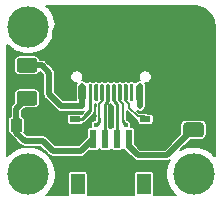
<source format=gtl>
G04 #@! TF.GenerationSoftware,KiCad,Pcbnew,(5.1.10)-1*
G04 #@! TF.CreationDate,2021-09-28T15:44:08+07:00*
G04 #@! TF.ProjectId,Unified-Daughterboard,556e6966-6965-4642-9d44-617567687465,C3*
G04 #@! TF.SameCoordinates,Original*
G04 #@! TF.FileFunction,Copper,L1,Top*
G04 #@! TF.FilePolarity,Positive*
%FSLAX46Y46*%
G04 Gerber Fmt 4.6, Leading zero omitted, Abs format (unit mm)*
G04 Created by KiCad (PCBNEW (5.1.10)-1) date 2021-09-28 15:44:08*
%MOMM*%
%LPD*%
G01*
G04 APERTURE LIST*
G04 #@! TA.AperFunction,SMDPad,CuDef*
%ADD10R,0.250000X0.550000*%
G04 #@! TD*
G04 #@! TA.AperFunction,SMDPad,CuDef*
%ADD11R,0.300000X0.550000*%
G04 #@! TD*
G04 #@! TA.AperFunction,SMDPad,CuDef*
%ADD12R,0.900000X0.500000*%
G04 #@! TD*
G04 #@! TA.AperFunction,ComponentPad*
%ADD13O,1.100000X2.200000*%
G04 #@! TD*
G04 #@! TA.AperFunction,ComponentPad*
%ADD14O,1.300000X1.900000*%
G04 #@! TD*
G04 #@! TA.AperFunction,WasherPad*
%ADD15C,3.500001*%
G04 #@! TD*
G04 #@! TA.AperFunction,ComponentPad*
%ADD16C,3.500001*%
G04 #@! TD*
G04 #@! TA.AperFunction,SMDPad,CuDef*
%ADD17R,0.600000X1.550000*%
G04 #@! TD*
G04 #@! TA.AperFunction,SMDPad,CuDef*
%ADD18R,1.200000X1.800000*%
G04 #@! TD*
G04 #@! TA.AperFunction,ViaPad*
%ADD19C,0.450000*%
G04 #@! TD*
G04 #@! TA.AperFunction,ViaPad*
%ADD20C,0.508000*%
G04 #@! TD*
G04 #@! TA.AperFunction,Conductor*
%ADD21C,0.508000*%
G04 #@! TD*
G04 #@! TA.AperFunction,Conductor*
%ADD22C,0.254000*%
G04 #@! TD*
G04 #@! TA.AperFunction,Conductor*
%ADD23C,0.152400*%
G04 #@! TD*
G04 #@! TA.AperFunction,Conductor*
%ADD24C,0.100000*%
G04 #@! TD*
G04 APERTURE END LIST*
G04 #@! TA.AperFunction,SMDPad,CuDef*
G36*
G01*
X73877500Y-66561400D02*
X73877500Y-66261400D01*
G75*
G02*
X74002500Y-66136400I125000J0D01*
G01*
X74002500Y-66136400D01*
G75*
G02*
X74127500Y-66261400I0J-125000D01*
G01*
X74127500Y-66561400D01*
G75*
G02*
X74002500Y-66686400I-125000J0D01*
G01*
X74002500Y-66686400D01*
G75*
G02*
X73877500Y-66561400I0J125000D01*
G01*
G37*
G04 #@! TD.AperFunction*
D10*
X74502500Y-66411400D03*
D11*
X75002500Y-66411400D03*
D10*
X75502500Y-66411400D03*
X76002500Y-66411400D03*
X74502500Y-65641400D03*
X76002500Y-65641400D03*
X75502500Y-65641400D03*
X74002500Y-65641400D03*
D11*
X75002500Y-65641400D03*
G04 #@! TA.AperFunction,SMDPad,CuDef*
G36*
G01*
X82612500Y-65099000D02*
X81362500Y-65099000D01*
G75*
G02*
X81112500Y-64849000I0J250000D01*
G01*
X81112500Y-64099000D01*
G75*
G02*
X81362500Y-63849000I250000J0D01*
G01*
X82612500Y-63849000D01*
G75*
G02*
X82862500Y-64099000I0J-250000D01*
G01*
X82862500Y-64849000D01*
G75*
G02*
X82612500Y-65099000I-250000J0D01*
G01*
G37*
G04 #@! TD.AperFunction*
G04 #@! TA.AperFunction,SMDPad,CuDef*
G36*
G01*
X82612500Y-67899000D02*
X81362500Y-67899000D01*
G75*
G02*
X81112500Y-67649000I0J250000D01*
G01*
X81112500Y-66899000D01*
G75*
G02*
X81362500Y-66649000I250000J0D01*
G01*
X82612500Y-66649000D01*
G75*
G02*
X82862500Y-66899000I0J-250000D01*
G01*
X82862500Y-67649000D01*
G75*
G02*
X82612500Y-67899000I-250000J0D01*
G01*
G37*
G04 #@! TD.AperFunction*
D12*
X71954500Y-66379000D03*
X71954500Y-67879000D03*
G04 #@! TA.AperFunction,SMDPad,CuDef*
G36*
G01*
X67265500Y-63982000D02*
X68515500Y-63982000D01*
G75*
G02*
X68765500Y-64232000I0J-250000D01*
G01*
X68765500Y-64982000D01*
G75*
G02*
X68515500Y-65232000I-250000J0D01*
G01*
X67265500Y-65232000D01*
G75*
G02*
X67015500Y-64982000I0J250000D01*
G01*
X67015500Y-64232000D01*
G75*
G02*
X67265500Y-63982000I250000J0D01*
G01*
G37*
G04 #@! TD.AperFunction*
G04 #@! TA.AperFunction,SMDPad,CuDef*
G36*
G01*
X67265500Y-61182000D02*
X68515500Y-61182000D01*
G75*
G02*
X68765500Y-61432000I0J-250000D01*
G01*
X68765500Y-62182000D01*
G75*
G02*
X68515500Y-62432000I-250000J0D01*
G01*
X67265500Y-62432000D01*
G75*
G02*
X67015500Y-62182000I0J250000D01*
G01*
X67015500Y-61432000D01*
G75*
G02*
X67265500Y-61182000I250000J0D01*
G01*
G37*
G04 #@! TD.AperFunction*
G04 #@! TA.AperFunction,SMDPad,CuDef*
G36*
G01*
X70802500Y-66540000D02*
X70802500Y-67240000D01*
G75*
G02*
X70552500Y-67490000I-250000J0D01*
G01*
X70052500Y-67490000D01*
G75*
G02*
X69802500Y-67240000I0J250000D01*
G01*
X69802500Y-66540000D01*
G75*
G02*
X70052500Y-66290000I250000J0D01*
G01*
X70552500Y-66290000D01*
G75*
G02*
X70802500Y-66540000I0J-250000D01*
G01*
G37*
G04 #@! TD.AperFunction*
G04 #@! TA.AperFunction,SMDPad,CuDef*
G36*
G01*
X67502500Y-66540000D02*
X67502500Y-67240000D01*
G75*
G02*
X67252500Y-67490000I-250000J0D01*
G01*
X66752500Y-67490000D01*
G75*
G02*
X66502500Y-67240000I0J250000D01*
G01*
X66502500Y-66540000D01*
G75*
G02*
X66752500Y-66290000I250000J0D01*
G01*
X67252500Y-66290000D01*
G75*
G02*
X67502500Y-66540000I0J-250000D01*
G01*
G37*
G04 #@! TD.AperFunction*
D13*
X70702500Y-63343000D03*
D14*
X70702500Y-59143000D03*
X79302500Y-59143000D03*
G04 #@! TA.AperFunction,SMDPad,CuDef*
G36*
G01*
X78552500Y-63543000D02*
X78552500Y-64693000D01*
G75*
G02*
X78402500Y-64843000I-150000J0D01*
G01*
X78102500Y-64843000D01*
G75*
G02*
X77952500Y-64693000I0J150000D01*
G01*
X77952500Y-63543000D01*
G75*
G02*
X78102500Y-63393000I150000J0D01*
G01*
X78402500Y-63393000D01*
G75*
G02*
X78552500Y-63543000I0J-150000D01*
G01*
G37*
G04 #@! TD.AperFunction*
G04 #@! TA.AperFunction,SMDPad,CuDef*
G36*
G01*
X76902500Y-63468000D02*
X76902500Y-64768000D01*
G75*
G02*
X76827500Y-64843000I-75000J0D01*
G01*
X76677500Y-64843000D01*
G75*
G02*
X76602500Y-64768000I0J75000D01*
G01*
X76602500Y-63468000D01*
G75*
G02*
X76677500Y-63393000I75000J0D01*
G01*
X76827500Y-63393000D01*
G75*
G02*
X76902500Y-63468000I0J-75000D01*
G01*
G37*
G04 #@! TD.AperFunction*
G04 #@! TA.AperFunction,SMDPad,CuDef*
G36*
G01*
X76402500Y-63468000D02*
X76402500Y-64768000D01*
G75*
G02*
X76327500Y-64843000I-75000J0D01*
G01*
X76177500Y-64843000D01*
G75*
G02*
X76102500Y-64768000I0J75000D01*
G01*
X76102500Y-63468000D01*
G75*
G02*
X76177500Y-63393000I75000J0D01*
G01*
X76327500Y-63393000D01*
G75*
G02*
X76402500Y-63468000I0J-75000D01*
G01*
G37*
G04 #@! TD.AperFunction*
G04 #@! TA.AperFunction,SMDPad,CuDef*
G36*
G01*
X75902500Y-63468000D02*
X75902500Y-64768000D01*
G75*
G02*
X75827500Y-64843000I-75000J0D01*
G01*
X75677500Y-64843000D01*
G75*
G02*
X75602500Y-64768000I0J75000D01*
G01*
X75602500Y-63468000D01*
G75*
G02*
X75677500Y-63393000I75000J0D01*
G01*
X75827500Y-63393000D01*
G75*
G02*
X75902500Y-63468000I0J-75000D01*
G01*
G37*
G04 #@! TD.AperFunction*
G04 #@! TA.AperFunction,SMDPad,CuDef*
G36*
G01*
X75406500Y-63468000D02*
X75406500Y-64768000D01*
G75*
G02*
X75331500Y-64843000I-75000J0D01*
G01*
X75181500Y-64843000D01*
G75*
G02*
X75106500Y-64768000I0J75000D01*
G01*
X75106500Y-63468000D01*
G75*
G02*
X75181500Y-63393000I75000J0D01*
G01*
X75331500Y-63393000D01*
G75*
G02*
X75406500Y-63468000I0J-75000D01*
G01*
G37*
G04 #@! TD.AperFunction*
G04 #@! TA.AperFunction,SMDPad,CuDef*
G36*
G01*
X73402500Y-63468000D02*
X73402500Y-64768000D01*
G75*
G02*
X73327500Y-64843000I-75000J0D01*
G01*
X73177500Y-64843000D01*
G75*
G02*
X73102500Y-64768000I0J75000D01*
G01*
X73102500Y-63468000D01*
G75*
G02*
X73177500Y-63393000I75000J0D01*
G01*
X73327500Y-63393000D01*
G75*
G02*
X73402500Y-63468000I0J-75000D01*
G01*
G37*
G04 #@! TD.AperFunction*
G04 #@! TA.AperFunction,SMDPad,CuDef*
G36*
G01*
X73902500Y-63468000D02*
X73902500Y-64768000D01*
G75*
G02*
X73827500Y-64843000I-75000J0D01*
G01*
X73677500Y-64843000D01*
G75*
G02*
X73602500Y-64768000I0J75000D01*
G01*
X73602500Y-63468000D01*
G75*
G02*
X73677500Y-63393000I75000J0D01*
G01*
X73827500Y-63393000D01*
G75*
G02*
X73902500Y-63468000I0J-75000D01*
G01*
G37*
G04 #@! TD.AperFunction*
G04 #@! TA.AperFunction,SMDPad,CuDef*
G36*
G01*
X74402500Y-63468000D02*
X74402500Y-64768000D01*
G75*
G02*
X74327500Y-64843000I-75000J0D01*
G01*
X74177500Y-64843000D01*
G75*
G02*
X74102500Y-64768000I0J75000D01*
G01*
X74102500Y-63468000D01*
G75*
G02*
X74177500Y-63393000I75000J0D01*
G01*
X74327500Y-63393000D01*
G75*
G02*
X74402500Y-63468000I0J-75000D01*
G01*
G37*
G04 #@! TD.AperFunction*
G04 #@! TA.AperFunction,SMDPad,CuDef*
G36*
G01*
X74902500Y-63468000D02*
X74902500Y-64768000D01*
G75*
G02*
X74827500Y-64843000I-75000J0D01*
G01*
X74677500Y-64843000D01*
G75*
G02*
X74602500Y-64768000I0J75000D01*
G01*
X74602500Y-63468000D01*
G75*
G02*
X74677500Y-63393000I75000J0D01*
G01*
X74827500Y-63393000D01*
G75*
G02*
X74902500Y-63468000I0J-75000D01*
G01*
G37*
G04 #@! TD.AperFunction*
D13*
X79302500Y-63343000D03*
G04 #@! TA.AperFunction,SMDPad,CuDef*
G36*
G01*
X77752500Y-63543000D02*
X77752500Y-64693000D01*
G75*
G02*
X77602500Y-64843000I-150000J0D01*
G01*
X77302500Y-64843000D01*
G75*
G02*
X77152500Y-64693000I0J150000D01*
G01*
X77152500Y-63543000D01*
G75*
G02*
X77302500Y-63393000I150000J0D01*
G01*
X77602500Y-63393000D01*
G75*
G02*
X77752500Y-63543000I0J-150000D01*
G01*
G37*
G04 #@! TD.AperFunction*
G04 #@! TA.AperFunction,SMDPad,CuDef*
G36*
G01*
X72052500Y-63543000D02*
X72052500Y-64693000D01*
G75*
G02*
X71902500Y-64843000I-150000J0D01*
G01*
X71602500Y-64843000D01*
G75*
G02*
X71452500Y-64693000I0J150000D01*
G01*
X71452500Y-63543000D01*
G75*
G02*
X71602500Y-63393000I150000J0D01*
G01*
X71902500Y-63393000D01*
G75*
G02*
X72052500Y-63543000I0J-150000D01*
G01*
G37*
G04 #@! TD.AperFunction*
G04 #@! TA.AperFunction,SMDPad,CuDef*
G36*
G01*
X72852500Y-63543000D02*
X72852500Y-64693000D01*
G75*
G02*
X72702500Y-64843000I-150000J0D01*
G01*
X72402500Y-64843000D01*
G75*
G02*
X72252500Y-64693000I0J150000D01*
G01*
X72252500Y-63543000D01*
G75*
G02*
X72402500Y-63393000I150000J0D01*
G01*
X72702500Y-63393000D01*
G75*
G02*
X72852500Y-63543000I0J-150000D01*
G01*
G37*
G04 #@! TD.AperFunction*
D15*
X68004500Y-58543000D03*
D16*
X82004500Y-58543000D03*
D15*
X68004500Y-71043000D03*
X82004500Y-71043000D03*
D17*
X75504500Y-68018000D03*
X76504500Y-68018000D03*
X74504500Y-68018000D03*
X73504500Y-68018000D03*
D18*
X72204500Y-71893000D03*
X77804500Y-71893000D03*
D12*
X77923500Y-67879000D03*
X77923500Y-66379000D03*
D19*
X75002500Y-66026400D03*
X73732500Y-66890000D03*
D20*
X75502500Y-68016000D03*
D19*
X76272500Y-66890000D03*
D20*
X74504500Y-68018000D03*
X72552500Y-65239000D03*
X77452500Y-65239000D03*
D21*
X68004500Y-71043000D02*
X68004500Y-70950000D01*
X76504500Y-68018000D02*
X76504500Y-68646000D01*
X76504500Y-68646000D02*
X77288500Y-69430000D01*
X77288500Y-69430000D02*
X79755300Y-69430000D01*
X79755300Y-69430000D02*
X81987500Y-67197800D01*
X68596000Y-68215500D02*
X69231000Y-68215500D01*
X68074000Y-68215500D02*
X68596000Y-68215500D01*
X67002500Y-67511000D02*
X67707000Y-68215500D01*
X67707000Y-68215500D02*
X68596000Y-68215500D01*
X67002500Y-66890000D02*
X67002500Y-67511000D01*
X67002500Y-66890000D02*
X67002500Y-65495000D01*
X67002500Y-65495000D02*
X67890500Y-64607000D01*
X69231000Y-68215500D02*
X70064500Y-69049000D01*
X70064500Y-69049000D02*
X72473500Y-69049000D01*
X71105900Y-69049000D02*
X72473500Y-69049000D01*
X71105900Y-69049000D02*
X70369300Y-69049000D01*
X73504500Y-68018000D02*
X73504500Y-68018000D01*
X73504500Y-67814000D02*
X73504500Y-68018000D01*
X72473500Y-69049000D02*
X73504500Y-68018000D01*
X67129500Y-65368000D02*
X67890500Y-64607000D01*
X79324500Y-59143000D02*
X79324500Y-59283000D01*
D22*
X76254500Y-64389000D02*
X76231501Y-64411999D01*
X76254500Y-64238000D02*
X76254500Y-64389000D01*
D23*
X76526500Y-65114445D02*
X76252500Y-64840445D01*
X76526500Y-65404800D02*
X76526500Y-65114445D01*
X77923500Y-66140000D02*
X77261700Y-66140000D01*
X76252500Y-64840445D02*
X76252500Y-63568000D01*
X77261700Y-66140000D02*
X76526500Y-65404800D01*
D22*
X75504500Y-68018000D02*
X75504500Y-68018000D01*
D23*
X74252500Y-64838828D02*
X74252500Y-63568000D01*
X74002500Y-65088828D02*
X74252500Y-64838828D01*
X74002500Y-66411400D02*
X74002500Y-65088828D01*
X75502500Y-66411400D02*
X75502500Y-65088828D01*
D22*
X74002500Y-66620000D02*
X73732500Y-66890000D01*
X74002500Y-66411400D02*
X74002500Y-66620000D01*
X75502500Y-66890000D02*
X75502500Y-65641400D01*
X75502500Y-66890000D02*
X75502500Y-65088828D01*
X75256500Y-64842828D02*
X75502500Y-65088828D01*
X75256500Y-63568000D02*
X75256500Y-64842828D01*
X75502500Y-66890000D02*
X75502500Y-66411400D01*
X75502500Y-68016000D02*
X75504500Y-68018000D01*
X75502500Y-66890000D02*
X75502500Y-68016000D01*
X73252500Y-65704000D02*
X72577500Y-66379000D01*
X72577500Y-66379000D02*
X71954500Y-66379000D01*
X73252500Y-63568000D02*
X73252500Y-65704000D01*
D23*
X73252500Y-63568000D02*
X73252500Y-65595000D01*
X72834500Y-66013000D02*
X73252500Y-65595000D01*
X74502500Y-66411400D02*
X74502500Y-65088828D01*
X75752500Y-64838828D02*
X75752500Y-63568000D01*
X76002500Y-65088828D02*
X75752500Y-64838828D01*
X76002500Y-66411400D02*
X76002500Y-65088828D01*
D22*
X76002500Y-66620000D02*
X76272500Y-66890000D01*
X76002500Y-66411400D02*
X76002500Y-66620000D01*
X74502500Y-66890000D02*
X74502500Y-65088828D01*
X74752500Y-64807432D02*
X74752500Y-63568000D01*
X74502500Y-65057432D02*
X74752500Y-64807432D01*
X74502500Y-65088828D02*
X74502500Y-65057432D01*
X74502500Y-66890000D02*
X74502500Y-66411400D01*
X74504500Y-66892000D02*
X74502500Y-66890000D01*
X74504500Y-68018000D02*
X74504500Y-66892000D01*
D21*
X69771490Y-64278636D02*
X69771490Y-62454010D01*
X67890500Y-61807000D02*
X69124480Y-61807000D01*
X69124480Y-61807000D02*
X69771490Y-62454010D01*
X72552500Y-65239000D02*
X70731854Y-65239000D01*
X70731854Y-65239000D02*
X69771490Y-64278636D01*
X77452500Y-63568000D02*
X77452500Y-64895480D01*
X72552500Y-63568000D02*
X72552500Y-64895480D01*
X72552500Y-64895480D02*
X72552500Y-65239000D01*
X77452500Y-64895480D02*
X77452500Y-65239000D01*
D23*
X81973471Y-56773072D02*
X81983129Y-56775046D01*
X82253387Y-56794182D01*
X82497329Y-56846701D01*
X82731414Y-56933059D01*
X82951008Y-57051546D01*
X83151714Y-57199789D01*
X83329522Y-57374827D01*
X83480904Y-57573184D01*
X83602826Y-57790891D01*
X83692852Y-58023592D01*
X83749192Y-58266661D01*
X83771356Y-58522579D01*
X83771570Y-58549760D01*
X83772933Y-58559523D01*
X83776900Y-58573876D01*
X83776901Y-69521699D01*
X83749275Y-69486339D01*
X83745949Y-69482619D01*
X83528069Y-69269255D01*
X83524281Y-69266008D01*
X83280096Y-69083335D01*
X83275912Y-69080617D01*
X83009712Y-68931843D01*
X83005205Y-68929703D01*
X82721668Y-68817443D01*
X82716918Y-68815918D01*
X82421024Y-68742143D01*
X82416113Y-68741260D01*
X82113062Y-68707268D01*
X82108078Y-68707041D01*
X81803193Y-68713428D01*
X81798223Y-68713863D01*
X81496860Y-68760516D01*
X81491991Y-68761604D01*
X81199447Y-68847705D01*
X81194765Y-68849428D01*
X80916177Y-68973462D01*
X80911763Y-68975789D01*
X80864102Y-69005110D01*
X81739627Y-68129586D01*
X82611297Y-68129586D01*
X82618650Y-68128862D01*
X82786547Y-68095465D01*
X82800233Y-68089796D01*
X82945654Y-67992629D01*
X82956129Y-67982154D01*
X83053296Y-67836733D01*
X83058965Y-67823047D01*
X83092362Y-67655150D01*
X83093086Y-67647797D01*
X83093086Y-66900203D01*
X83092362Y-66892850D01*
X83058965Y-66724953D01*
X83053296Y-66711267D01*
X82956129Y-66565846D01*
X82945654Y-66555371D01*
X82800233Y-66458204D01*
X82786547Y-66452535D01*
X82618650Y-66419138D01*
X82611297Y-66418414D01*
X81363703Y-66418414D01*
X81356350Y-66419138D01*
X81188453Y-66452535D01*
X81174767Y-66458204D01*
X81029346Y-66555371D01*
X81018871Y-66565846D01*
X80921704Y-66711267D01*
X80916035Y-66724953D01*
X80882638Y-66892850D01*
X80881914Y-66900203D01*
X80881914Y-67619473D01*
X79554988Y-68946400D01*
X77488813Y-68946400D01*
X77035086Y-68492674D01*
X77035086Y-67239306D01*
X77034362Y-67231953D01*
X77020368Y-67161601D01*
X77014699Y-67147915D01*
X76972785Y-67085188D01*
X76962312Y-67074715D01*
X76899585Y-67032801D01*
X76885899Y-67027132D01*
X76815547Y-67013138D01*
X76808194Y-67012414D01*
X76713849Y-67012414D01*
X76724209Y-66987402D01*
X76727099Y-66972874D01*
X76727099Y-66807126D01*
X76724209Y-66792598D01*
X76660780Y-66639467D01*
X76652551Y-66627151D01*
X76535349Y-66509949D01*
X76523033Y-66501720D01*
X76369902Y-66438291D01*
X76359100Y-66436142D01*
X76359100Y-66375458D01*
X76358155Y-66367069D01*
X76358086Y-66366766D01*
X76358086Y-66132706D01*
X76357362Y-66125353D01*
X76343368Y-66055001D01*
X76337699Y-66041315D01*
X76327733Y-66026400D01*
X76337699Y-66011485D01*
X76343368Y-65997799D01*
X76357362Y-65927447D01*
X76358086Y-65920094D01*
X76358086Y-65668852D01*
X77071218Y-66381985D01*
X77071225Y-66381990D01*
X77096159Y-66406925D01*
X77113307Y-66416825D01*
X77143670Y-66424961D01*
X77170885Y-66440674D01*
X77190011Y-66445799D01*
X77226724Y-66445799D01*
X77226732Y-66445800D01*
X77242914Y-66445800D01*
X77242914Y-66632694D01*
X77243638Y-66640047D01*
X77257632Y-66710399D01*
X77263301Y-66724085D01*
X77305215Y-66786812D01*
X77315688Y-66797285D01*
X77378415Y-66839199D01*
X77392101Y-66844868D01*
X77462453Y-66858862D01*
X77469806Y-66859586D01*
X78377194Y-66859586D01*
X78384547Y-66858862D01*
X78454899Y-66844868D01*
X78468585Y-66839199D01*
X78531312Y-66797285D01*
X78541785Y-66786812D01*
X78583699Y-66724085D01*
X78589368Y-66710399D01*
X78603362Y-66640047D01*
X78604086Y-66632694D01*
X78604086Y-66125306D01*
X78603362Y-66117953D01*
X78589368Y-66047601D01*
X78583699Y-66033915D01*
X78541785Y-65971188D01*
X78531312Y-65960715D01*
X78468585Y-65918801D01*
X78454899Y-65913132D01*
X78384547Y-65899138D01*
X78377194Y-65898414D01*
X78114379Y-65898414D01*
X78089041Y-65873075D01*
X78071893Y-65863175D01*
X77968559Y-65835487D01*
X77958786Y-65834200D01*
X77388366Y-65834200D01*
X77220522Y-65666357D01*
X77223435Y-65667563D01*
X77257530Y-65690345D01*
X77271215Y-65696014D01*
X77311438Y-65704015D01*
X77349329Y-65719710D01*
X77363858Y-65722600D01*
X77404870Y-65722600D01*
X77445093Y-65730601D01*
X77459907Y-65730601D01*
X77500130Y-65722600D01*
X77541142Y-65722600D01*
X77555671Y-65719710D01*
X77593563Y-65704015D01*
X77633785Y-65696014D01*
X77647470Y-65690345D01*
X77681570Y-65667562D01*
X77719461Y-65651866D01*
X77731777Y-65643637D01*
X77760774Y-65614639D01*
X77794877Y-65591852D01*
X77805352Y-65581377D01*
X77828139Y-65547274D01*
X77857137Y-65518277D01*
X77865366Y-65505961D01*
X77881062Y-65468070D01*
X77903845Y-65433970D01*
X77909514Y-65420285D01*
X77917515Y-65380063D01*
X77933210Y-65342171D01*
X77936100Y-65327642D01*
X77936100Y-64866057D01*
X77951057Y-64843673D01*
X77956726Y-64829987D01*
X77982362Y-64701110D01*
X77983086Y-64693756D01*
X77983086Y-63542244D01*
X77982362Y-63534890D01*
X77956726Y-63406013D01*
X77951057Y-63392328D01*
X77919776Y-63345511D01*
X78033973Y-63331287D01*
X78044311Y-63328469D01*
X78179647Y-63269903D01*
X78188779Y-63264297D01*
X78302236Y-63170102D01*
X78309427Y-63162158D01*
X78391887Y-63039905D01*
X78396559Y-63030262D01*
X78441464Y-62889559D01*
X78443251Y-62878526D01*
X78445201Y-62718956D01*
X78443684Y-62707882D01*
X78402231Y-62566125D01*
X78397796Y-62556371D01*
X78318346Y-62432139D01*
X78311352Y-62424022D01*
X78200228Y-62327083D01*
X78191237Y-62321255D01*
X78057373Y-62259401D01*
X78047107Y-62256331D01*
X77901263Y-62234534D01*
X77890548Y-62234469D01*
X77744448Y-62254482D01*
X77734146Y-62257426D01*
X77599536Y-62317641D01*
X77590474Y-62323358D01*
X77478174Y-62418933D01*
X77471082Y-62426964D01*
X77390121Y-62550215D01*
X77385567Y-62559914D01*
X77342453Y-62700935D01*
X77340804Y-62711522D01*
X77339002Y-62858975D01*
X77340391Y-62869600D01*
X77380048Y-63011631D01*
X77384363Y-63021438D01*
X77421495Y-63081093D01*
X77271215Y-63110986D01*
X77257529Y-63116655D01*
X77110123Y-63215148D01*
X77099649Y-63225623D01*
X77095203Y-63232277D01*
X77051147Y-63261714D01*
X77048389Y-63257586D01*
X77037914Y-63247111D01*
X76950379Y-63188622D01*
X76936693Y-63182953D01*
X76837079Y-63163138D01*
X76829725Y-63162414D01*
X76675275Y-63162414D01*
X76667921Y-63163138D01*
X76568307Y-63182953D01*
X76554621Y-63188622D01*
X76502500Y-63223448D01*
X76450379Y-63188622D01*
X76436693Y-63182953D01*
X76337079Y-63163138D01*
X76329725Y-63162414D01*
X76175275Y-63162414D01*
X76167921Y-63163138D01*
X76068307Y-63182953D01*
X76054621Y-63188622D01*
X76002500Y-63223448D01*
X75950379Y-63188622D01*
X75936693Y-63182953D01*
X75837079Y-63163138D01*
X75829725Y-63162414D01*
X75675275Y-63162414D01*
X75667921Y-63163138D01*
X75568307Y-63182953D01*
X75554621Y-63188622D01*
X75504500Y-63222112D01*
X75454379Y-63188622D01*
X75440693Y-63182953D01*
X75341079Y-63163138D01*
X75333725Y-63162414D01*
X75179275Y-63162414D01*
X75171921Y-63163138D01*
X75072307Y-63182953D01*
X75058621Y-63188622D01*
X75004500Y-63224784D01*
X74950379Y-63188622D01*
X74936693Y-63182953D01*
X74837079Y-63163138D01*
X74829725Y-63162414D01*
X74675275Y-63162414D01*
X74667921Y-63163138D01*
X74568307Y-63182953D01*
X74554621Y-63188622D01*
X74502500Y-63223448D01*
X74450379Y-63188622D01*
X74436693Y-63182953D01*
X74337079Y-63163138D01*
X74329725Y-63162414D01*
X74175275Y-63162414D01*
X74167921Y-63163138D01*
X74068307Y-63182953D01*
X74054621Y-63188622D01*
X74002500Y-63223448D01*
X73950379Y-63188622D01*
X73936693Y-63182953D01*
X73837079Y-63163138D01*
X73829725Y-63162414D01*
X73675275Y-63162414D01*
X73667921Y-63163138D01*
X73568307Y-63182953D01*
X73554621Y-63188622D01*
X73502500Y-63223448D01*
X73450379Y-63188622D01*
X73436693Y-63182953D01*
X73337079Y-63163138D01*
X73329725Y-63162414D01*
X73175275Y-63162414D01*
X73167921Y-63163138D01*
X73068307Y-63182953D01*
X73054621Y-63188622D01*
X72967086Y-63247111D01*
X72956611Y-63257586D01*
X72953853Y-63261714D01*
X72909798Y-63232278D01*
X72905351Y-63225622D01*
X72894877Y-63215148D01*
X72747469Y-63116655D01*
X72733784Y-63110986D01*
X72584035Y-63081198D01*
X72611887Y-63039905D01*
X72616559Y-63030262D01*
X72661464Y-62889559D01*
X72663251Y-62878526D01*
X72665201Y-62718956D01*
X72663684Y-62707882D01*
X72622231Y-62566125D01*
X72617796Y-62556371D01*
X72538346Y-62432139D01*
X72531352Y-62424022D01*
X72420228Y-62327083D01*
X72411237Y-62321255D01*
X72277373Y-62259401D01*
X72267107Y-62256331D01*
X72121263Y-62234534D01*
X72110548Y-62234469D01*
X71964448Y-62254482D01*
X71954146Y-62257426D01*
X71819536Y-62317641D01*
X71810474Y-62323358D01*
X71698174Y-62418933D01*
X71691082Y-62426964D01*
X71610121Y-62550215D01*
X71605567Y-62559914D01*
X71562453Y-62700935D01*
X71560804Y-62711522D01*
X71559002Y-62858975D01*
X71560391Y-62869600D01*
X71600048Y-63011631D01*
X71604363Y-63021438D01*
X71682289Y-63146632D01*
X71689184Y-63154834D01*
X71799115Y-63253123D01*
X71808034Y-63259060D01*
X71941133Y-63322545D01*
X71951360Y-63325740D01*
X72084073Y-63347235D01*
X72053943Y-63392328D01*
X72048274Y-63406013D01*
X72022638Y-63534890D01*
X72021914Y-63542244D01*
X72021914Y-64693756D01*
X72022638Y-64701110D01*
X72033437Y-64755400D01*
X70932167Y-64755400D01*
X70255090Y-64078324D01*
X70255090Y-62501634D01*
X70263090Y-62461415D01*
X70263090Y-62446602D01*
X70254367Y-62402748D01*
X70254366Y-62402739D01*
X70228504Y-62272725D01*
X70222835Y-62259039D01*
X70124342Y-62111633D01*
X70113867Y-62101158D01*
X70079766Y-62078373D01*
X69500121Y-61498729D01*
X69477332Y-61464623D01*
X69466857Y-61454148D01*
X69319451Y-61355655D01*
X69305765Y-61349986D01*
X69179374Y-61324845D01*
X69131887Y-61315399D01*
X69117073Y-61315399D01*
X69076850Y-61323400D01*
X68974983Y-61323400D01*
X68961965Y-61257953D01*
X68956296Y-61244267D01*
X68859129Y-61098846D01*
X68848654Y-61088371D01*
X68703233Y-60991204D01*
X68689547Y-60985535D01*
X68521650Y-60952138D01*
X68514297Y-60951414D01*
X67266703Y-60951414D01*
X67259350Y-60952138D01*
X67091453Y-60985535D01*
X67077767Y-60991204D01*
X66932346Y-61088371D01*
X66921871Y-61098846D01*
X66824704Y-61244267D01*
X66819035Y-61257953D01*
X66785638Y-61425850D01*
X66784914Y-61433203D01*
X66784914Y-62180797D01*
X66785638Y-62188150D01*
X66819035Y-62356047D01*
X66824704Y-62369733D01*
X66921871Y-62515154D01*
X66932346Y-62525629D01*
X67077767Y-62622796D01*
X67091453Y-62628465D01*
X67259350Y-62661862D01*
X67266703Y-62662586D01*
X68514297Y-62662586D01*
X68521650Y-62661862D01*
X68689547Y-62628465D01*
X68703233Y-62622796D01*
X68848654Y-62525629D01*
X68859129Y-62515154D01*
X68956296Y-62369733D01*
X68961965Y-62356047D01*
X68966552Y-62332985D01*
X69287891Y-62654324D01*
X69287890Y-64231006D01*
X69279889Y-64271229D01*
X69279889Y-64286043D01*
X69309571Y-64435263D01*
X69309571Y-64435264D01*
X69314476Y-64459921D01*
X69320145Y-64473606D01*
X69418638Y-64621013D01*
X69429113Y-64631488D01*
X69463219Y-64654277D01*
X70356217Y-65547276D01*
X70379002Y-65581377D01*
X70389477Y-65591852D01*
X70429734Y-65618751D01*
X70536884Y-65690345D01*
X70550569Y-65696014D01*
X70724447Y-65730601D01*
X70739261Y-65730601D01*
X70779484Y-65722600D01*
X72504870Y-65722600D01*
X72545093Y-65730601D01*
X72559907Y-65730601D01*
X72600130Y-65722600D01*
X72641142Y-65722600D01*
X72655671Y-65719710D01*
X72693563Y-65704015D01*
X72715353Y-65699681D01*
X72593316Y-65821718D01*
X72587315Y-65829538D01*
X72539041Y-65913152D01*
X72519851Y-65932342D01*
X72499585Y-65918801D01*
X72485899Y-65913132D01*
X72415547Y-65899138D01*
X72408194Y-65898414D01*
X71500806Y-65898414D01*
X71493453Y-65899138D01*
X71423101Y-65913132D01*
X71409415Y-65918801D01*
X71346688Y-65960715D01*
X71336215Y-65971188D01*
X71294301Y-66033915D01*
X71288632Y-66047601D01*
X71274638Y-66117953D01*
X71273914Y-66125306D01*
X71273914Y-66632694D01*
X71274638Y-66640047D01*
X71288632Y-66710399D01*
X71294301Y-66724085D01*
X71336215Y-66786812D01*
X71346688Y-66797285D01*
X71409415Y-66839199D01*
X71423101Y-66844868D01*
X71493453Y-66858862D01*
X71500806Y-66859586D01*
X72408194Y-66859586D01*
X72415547Y-66858862D01*
X72485899Y-66844868D01*
X72499585Y-66839199D01*
X72562312Y-66797285D01*
X72572785Y-66786812D01*
X72607005Y-66735600D01*
X72613441Y-66735600D01*
X72621829Y-66734656D01*
X72637071Y-66731179D01*
X72689172Y-66725380D01*
X72705195Y-66719793D01*
X72715601Y-66713265D01*
X72727652Y-66710516D01*
X72742912Y-66703171D01*
X72784419Y-66670096D01*
X72797689Y-66661772D01*
X72804318Y-66656490D01*
X72815397Y-66645410D01*
X72856562Y-66612608D01*
X72867129Y-66599371D01*
X72872434Y-66588373D01*
X73461647Y-65999160D01*
X73472366Y-65994013D01*
X73485621Y-65983469D01*
X73518695Y-65942113D01*
X73530068Y-65930740D01*
X73535332Y-65924140D01*
X73543646Y-65910912D01*
X73576393Y-65869963D01*
X73583772Y-65854682D01*
X73586515Y-65842705D01*
X73593089Y-65832246D01*
X73598687Y-65816262D01*
X73604648Y-65763533D01*
X73608148Y-65748252D01*
X73609100Y-65739830D01*
X73609100Y-65724155D01*
X73615012Y-65671860D01*
X73613124Y-65655029D01*
X73609100Y-65643506D01*
X73609100Y-65061161D01*
X73667921Y-65072862D01*
X73675275Y-65073586D01*
X73696701Y-65073586D01*
X73696701Y-65227316D01*
X73667301Y-65271315D01*
X73661632Y-65285001D01*
X73647638Y-65355353D01*
X73646914Y-65362706D01*
X73646914Y-65920094D01*
X73647638Y-65927447D01*
X73661632Y-65997799D01*
X73667301Y-66011485D01*
X73696700Y-66055482D01*
X73696700Y-66087656D01*
X73671746Y-66127958D01*
X73666712Y-66140953D01*
X73645736Y-66253164D01*
X73645094Y-66260088D01*
X73645094Y-66436303D01*
X73635098Y-66438291D01*
X73481967Y-66501720D01*
X73469651Y-66509949D01*
X73352449Y-66627151D01*
X73344220Y-66639467D01*
X73280791Y-66792598D01*
X73277901Y-66807126D01*
X73277901Y-66972874D01*
X73280791Y-66987402D01*
X73291151Y-67012414D01*
X73200806Y-67012414D01*
X73193453Y-67013138D01*
X73123101Y-67027132D01*
X73109415Y-67032801D01*
X73046688Y-67074715D01*
X73036215Y-67085188D01*
X72994301Y-67147915D01*
X72988632Y-67161601D01*
X72974638Y-67231953D01*
X72973914Y-67239306D01*
X72973914Y-67864673D01*
X72273188Y-68565400D01*
X70264813Y-68565400D01*
X69606641Y-67907229D01*
X69583852Y-67873123D01*
X69573377Y-67862648D01*
X69425971Y-67764155D01*
X69412285Y-67758486D01*
X69285894Y-67733345D01*
X69238407Y-67723899D01*
X69223593Y-67723899D01*
X69183370Y-67731900D01*
X67907313Y-67731900D01*
X67657187Y-67481774D01*
X67693296Y-67427732D01*
X67698965Y-67414047D01*
X67732362Y-67246150D01*
X67733086Y-67238797D01*
X67733086Y-66541203D01*
X67732362Y-66533850D01*
X67698965Y-66365953D01*
X67693296Y-66352267D01*
X67596129Y-66206846D01*
X67585654Y-66196371D01*
X67486100Y-66129851D01*
X67486100Y-65695312D01*
X67718826Y-65462586D01*
X68514297Y-65462586D01*
X68521650Y-65461862D01*
X68689547Y-65428465D01*
X68703233Y-65422796D01*
X68848654Y-65325629D01*
X68859129Y-65315154D01*
X68956296Y-65169733D01*
X68961965Y-65156047D01*
X68995362Y-64988150D01*
X68996086Y-64980797D01*
X68996086Y-64233203D01*
X68995362Y-64225850D01*
X68961965Y-64057953D01*
X68956296Y-64044267D01*
X68859129Y-63898846D01*
X68848654Y-63888371D01*
X68703233Y-63791204D01*
X68689547Y-63785535D01*
X68521650Y-63752138D01*
X68514297Y-63751414D01*
X67266703Y-63751414D01*
X67259350Y-63752138D01*
X67091453Y-63785535D01*
X67077767Y-63791204D01*
X66932346Y-63888371D01*
X66921871Y-63898846D01*
X66824704Y-64044267D01*
X66819035Y-64057953D01*
X66785638Y-64225850D01*
X66784914Y-64233203D01*
X66784914Y-64980797D01*
X66785638Y-64988150D01*
X66792241Y-65021347D01*
X66694227Y-65119361D01*
X66660124Y-65142148D01*
X66649649Y-65152623D01*
X66624802Y-65189809D01*
X66551155Y-65300030D01*
X66545486Y-65313716D01*
X66510899Y-65487593D01*
X66510899Y-65502407D01*
X66518901Y-65542635D01*
X66518901Y-66129850D01*
X66419346Y-66196371D01*
X66408871Y-66206846D01*
X66311704Y-66352267D01*
X66306035Y-66365953D01*
X66272638Y-66533850D01*
X66271914Y-66541203D01*
X66271914Y-67238797D01*
X66272638Y-67246150D01*
X66306035Y-67414047D01*
X66311704Y-67427733D01*
X66408871Y-67573154D01*
X66419346Y-67583629D01*
X66539895Y-67664178D01*
X66545486Y-67692284D01*
X66551155Y-67705970D01*
X66622749Y-67813119D01*
X66649649Y-67853377D01*
X66660124Y-67863852D01*
X66694227Y-67886639D01*
X67331363Y-68523776D01*
X67354148Y-68557877D01*
X67364623Y-68568352D01*
X67512029Y-68666845D01*
X67525715Y-68672514D01*
X67655729Y-68698376D01*
X67655740Y-68698377D01*
X67699592Y-68707100D01*
X67714406Y-68707100D01*
X67754624Y-68699100D01*
X69030688Y-68699100D01*
X69688863Y-69357276D01*
X69711648Y-69391377D01*
X69722123Y-69401852D01*
X69762380Y-69428751D01*
X69869530Y-69500345D01*
X69883215Y-69506014D01*
X70057092Y-69540601D01*
X70071906Y-69540601D01*
X70112129Y-69532600D01*
X72425870Y-69532600D01*
X72466093Y-69540601D01*
X72480907Y-69540601D01*
X72528394Y-69531155D01*
X72654785Y-69506014D01*
X72668471Y-69500345D01*
X72815877Y-69401852D01*
X72826352Y-69391377D01*
X72849141Y-69357271D01*
X73185193Y-69021219D01*
X73193452Y-69022862D01*
X73200806Y-69023586D01*
X73808194Y-69023586D01*
X73815547Y-69022862D01*
X73885899Y-69008868D01*
X73899585Y-69003199D01*
X73962312Y-68961285D01*
X73972785Y-68950812D01*
X74004500Y-68903348D01*
X74036215Y-68950812D01*
X74046688Y-68961285D01*
X74109415Y-69003199D01*
X74123101Y-69008868D01*
X74193453Y-69022862D01*
X74200806Y-69023586D01*
X74808194Y-69023586D01*
X74815547Y-69022862D01*
X74885899Y-69008868D01*
X74899585Y-69003199D01*
X74962312Y-68961285D01*
X74972785Y-68950812D01*
X75004500Y-68903348D01*
X75036215Y-68950812D01*
X75046688Y-68961285D01*
X75109415Y-69003199D01*
X75123101Y-69008868D01*
X75193453Y-69022862D01*
X75200806Y-69023586D01*
X75808194Y-69023586D01*
X75815547Y-69022862D01*
X75885899Y-69008868D01*
X75899585Y-69003199D01*
X75962312Y-68961285D01*
X75972785Y-68950812D01*
X76004500Y-68903348D01*
X76036215Y-68950812D01*
X76046688Y-68961285D01*
X76109415Y-69003199D01*
X76123101Y-69008868D01*
X76193453Y-69022862D01*
X76197887Y-69023299D01*
X76912863Y-69738276D01*
X76935648Y-69772377D01*
X76946123Y-69782852D01*
X77093529Y-69881345D01*
X77107215Y-69887014D01*
X77237229Y-69912876D01*
X77237240Y-69912877D01*
X77281092Y-69921600D01*
X77295906Y-69921600D01*
X77336124Y-69913600D01*
X79707670Y-69913600D01*
X79747893Y-69921601D01*
X79762707Y-69921601D01*
X79810194Y-69912155D01*
X79936585Y-69887014D01*
X79950271Y-69881345D01*
X79995704Y-69850988D01*
X79872755Y-70082220D01*
X79870710Y-70086771D01*
X79764412Y-70372598D01*
X79762986Y-70377379D01*
X79695425Y-70674753D01*
X79694645Y-70679681D01*
X79667006Y-70983378D01*
X79666884Y-70988366D01*
X79679654Y-71293049D01*
X79680193Y-71298010D01*
X79733148Y-71598329D01*
X79734338Y-71603174D01*
X79826545Y-71893852D01*
X79828366Y-71898497D01*
X79958208Y-72174426D01*
X79960627Y-72178790D01*
X80125823Y-72435121D01*
X80128797Y-72439127D01*
X80326442Y-72671360D01*
X80329920Y-72674937D01*
X80485920Y-72815400D01*
X78632104Y-72815400D01*
X78634362Y-72804047D01*
X78635086Y-72796694D01*
X78635086Y-70989306D01*
X78634362Y-70981953D01*
X78620368Y-70911601D01*
X78614699Y-70897915D01*
X78572785Y-70835188D01*
X78562312Y-70824715D01*
X78499585Y-70782801D01*
X78485899Y-70777132D01*
X78415547Y-70763138D01*
X78408194Y-70762414D01*
X77200806Y-70762414D01*
X77193453Y-70763138D01*
X77123101Y-70777132D01*
X77109415Y-70782801D01*
X77046688Y-70824715D01*
X77036215Y-70835188D01*
X76994301Y-70897915D01*
X76988632Y-70911601D01*
X76974638Y-70981953D01*
X76973914Y-70989306D01*
X76973914Y-72796694D01*
X76974638Y-72804047D01*
X76976896Y-72815400D01*
X73032104Y-72815400D01*
X73034362Y-72804047D01*
X73035086Y-72796694D01*
X73035086Y-70989306D01*
X73034362Y-70981953D01*
X73020368Y-70911601D01*
X73014699Y-70897915D01*
X72972785Y-70835188D01*
X72962312Y-70824715D01*
X72899585Y-70782801D01*
X72885899Y-70777132D01*
X72815547Y-70763138D01*
X72808194Y-70762414D01*
X71600806Y-70762414D01*
X71593453Y-70763138D01*
X71523101Y-70777132D01*
X71509415Y-70782801D01*
X71446688Y-70824715D01*
X71436215Y-70835188D01*
X71394301Y-70897915D01*
X71388632Y-70911601D01*
X71374638Y-70981953D01*
X71373914Y-70989306D01*
X71373914Y-72796694D01*
X71374638Y-72804047D01*
X71376896Y-72815400D01*
X69522562Y-72815400D01*
X69667646Y-72686588D01*
X69671149Y-72683036D01*
X69870410Y-72452188D01*
X69873413Y-72448203D01*
X70040394Y-72193030D01*
X70042843Y-72188684D01*
X70174609Y-71913668D01*
X70176462Y-71909036D01*
X70270696Y-71619009D01*
X70271920Y-71614173D01*
X70327053Y-71313778D01*
X70327660Y-71307900D01*
X70337828Y-70891903D01*
X70337508Y-70886002D01*
X70297115Y-70583273D01*
X70296129Y-70578382D01*
X70216174Y-70284098D01*
X70214550Y-70279380D01*
X70096375Y-69998256D01*
X70094141Y-69993795D01*
X69939826Y-69730771D01*
X69937021Y-69726644D01*
X69749275Y-69486339D01*
X69745949Y-69482619D01*
X69528069Y-69269255D01*
X69524281Y-69266008D01*
X69280096Y-69083335D01*
X69275912Y-69080617D01*
X69009712Y-68931843D01*
X69005205Y-68929703D01*
X68721668Y-68817443D01*
X68716918Y-68815918D01*
X68421024Y-68742143D01*
X68416113Y-68741260D01*
X68113062Y-68707268D01*
X68108078Y-68707041D01*
X67803193Y-68713428D01*
X67798223Y-68713863D01*
X67496860Y-68760516D01*
X67491991Y-68761604D01*
X67199447Y-68847705D01*
X67194765Y-68849428D01*
X66916177Y-68973462D01*
X66911763Y-68975789D01*
X66652027Y-69135580D01*
X66647961Y-69138471D01*
X66411640Y-69331209D01*
X66407991Y-69334611D01*
X66232100Y-69521916D01*
X66232100Y-60060508D01*
X66326442Y-60171360D01*
X66329920Y-60174937D01*
X66556544Y-60378990D01*
X66560465Y-60382075D01*
X66812085Y-60554363D01*
X66816379Y-60556903D01*
X67088576Y-60694398D01*
X67093168Y-60696348D01*
X67381157Y-60796636D01*
X67385967Y-60797961D01*
X67684691Y-60859281D01*
X67689634Y-60859958D01*
X67993843Y-60881230D01*
X67998832Y-60881247D01*
X68303183Y-60862099D01*
X68308130Y-60861456D01*
X68607274Y-60802224D01*
X68612094Y-60800933D01*
X68900777Y-60702658D01*
X68905383Y-60700741D01*
X69178532Y-60565148D01*
X69182844Y-60562639D01*
X69435660Y-60392112D01*
X69439603Y-60389054D01*
X69667646Y-60186588D01*
X69671149Y-60183036D01*
X69870410Y-59952188D01*
X69873413Y-59948203D01*
X70040394Y-59693030D01*
X70042843Y-59688684D01*
X70174609Y-59413668D01*
X70176462Y-59409036D01*
X70270696Y-59119009D01*
X70271920Y-59114173D01*
X70327053Y-58813778D01*
X70327660Y-58807900D01*
X70337828Y-58391903D01*
X70337508Y-58386002D01*
X70297115Y-58083273D01*
X70296129Y-58078382D01*
X70216174Y-57784098D01*
X70214550Y-57779380D01*
X70096375Y-57498256D01*
X70094141Y-57493795D01*
X69939826Y-57230771D01*
X69937021Y-57226644D01*
X69749275Y-56986339D01*
X69745949Y-56982619D01*
X69529442Y-56770600D01*
X81966311Y-56770600D01*
X81973471Y-56773072D01*
G04 #@! TA.AperFunction,Conductor*
D24*
G36*
X81973471Y-56773072D02*
G01*
X81983129Y-56775046D01*
X82253387Y-56794182D01*
X82497329Y-56846701D01*
X82731414Y-56933059D01*
X82951008Y-57051546D01*
X83151714Y-57199789D01*
X83329522Y-57374827D01*
X83480904Y-57573184D01*
X83602826Y-57790891D01*
X83692852Y-58023592D01*
X83749192Y-58266661D01*
X83771356Y-58522579D01*
X83771570Y-58549760D01*
X83772933Y-58559523D01*
X83776900Y-58573876D01*
X83776901Y-69521699D01*
X83749275Y-69486339D01*
X83745949Y-69482619D01*
X83528069Y-69269255D01*
X83524281Y-69266008D01*
X83280096Y-69083335D01*
X83275912Y-69080617D01*
X83009712Y-68931843D01*
X83005205Y-68929703D01*
X82721668Y-68817443D01*
X82716918Y-68815918D01*
X82421024Y-68742143D01*
X82416113Y-68741260D01*
X82113062Y-68707268D01*
X82108078Y-68707041D01*
X81803193Y-68713428D01*
X81798223Y-68713863D01*
X81496860Y-68760516D01*
X81491991Y-68761604D01*
X81199447Y-68847705D01*
X81194765Y-68849428D01*
X80916177Y-68973462D01*
X80911763Y-68975789D01*
X80864102Y-69005110D01*
X81739627Y-68129586D01*
X82611297Y-68129586D01*
X82618650Y-68128862D01*
X82786547Y-68095465D01*
X82800233Y-68089796D01*
X82945654Y-67992629D01*
X82956129Y-67982154D01*
X83053296Y-67836733D01*
X83058965Y-67823047D01*
X83092362Y-67655150D01*
X83093086Y-67647797D01*
X83093086Y-66900203D01*
X83092362Y-66892850D01*
X83058965Y-66724953D01*
X83053296Y-66711267D01*
X82956129Y-66565846D01*
X82945654Y-66555371D01*
X82800233Y-66458204D01*
X82786547Y-66452535D01*
X82618650Y-66419138D01*
X82611297Y-66418414D01*
X81363703Y-66418414D01*
X81356350Y-66419138D01*
X81188453Y-66452535D01*
X81174767Y-66458204D01*
X81029346Y-66555371D01*
X81018871Y-66565846D01*
X80921704Y-66711267D01*
X80916035Y-66724953D01*
X80882638Y-66892850D01*
X80881914Y-66900203D01*
X80881914Y-67619473D01*
X79554988Y-68946400D01*
X77488813Y-68946400D01*
X77035086Y-68492674D01*
X77035086Y-67239306D01*
X77034362Y-67231953D01*
X77020368Y-67161601D01*
X77014699Y-67147915D01*
X76972785Y-67085188D01*
X76962312Y-67074715D01*
X76899585Y-67032801D01*
X76885899Y-67027132D01*
X76815547Y-67013138D01*
X76808194Y-67012414D01*
X76713849Y-67012414D01*
X76724209Y-66987402D01*
X76727099Y-66972874D01*
X76727099Y-66807126D01*
X76724209Y-66792598D01*
X76660780Y-66639467D01*
X76652551Y-66627151D01*
X76535349Y-66509949D01*
X76523033Y-66501720D01*
X76369902Y-66438291D01*
X76359100Y-66436142D01*
X76359100Y-66375458D01*
X76358155Y-66367069D01*
X76358086Y-66366766D01*
X76358086Y-66132706D01*
X76357362Y-66125353D01*
X76343368Y-66055001D01*
X76337699Y-66041315D01*
X76327733Y-66026400D01*
X76337699Y-66011485D01*
X76343368Y-65997799D01*
X76357362Y-65927447D01*
X76358086Y-65920094D01*
X76358086Y-65668852D01*
X77071218Y-66381985D01*
X77071225Y-66381990D01*
X77096159Y-66406925D01*
X77113307Y-66416825D01*
X77143670Y-66424961D01*
X77170885Y-66440674D01*
X77190011Y-66445799D01*
X77226724Y-66445799D01*
X77226732Y-66445800D01*
X77242914Y-66445800D01*
X77242914Y-66632694D01*
X77243638Y-66640047D01*
X77257632Y-66710399D01*
X77263301Y-66724085D01*
X77305215Y-66786812D01*
X77315688Y-66797285D01*
X77378415Y-66839199D01*
X77392101Y-66844868D01*
X77462453Y-66858862D01*
X77469806Y-66859586D01*
X78377194Y-66859586D01*
X78384547Y-66858862D01*
X78454899Y-66844868D01*
X78468585Y-66839199D01*
X78531312Y-66797285D01*
X78541785Y-66786812D01*
X78583699Y-66724085D01*
X78589368Y-66710399D01*
X78603362Y-66640047D01*
X78604086Y-66632694D01*
X78604086Y-66125306D01*
X78603362Y-66117953D01*
X78589368Y-66047601D01*
X78583699Y-66033915D01*
X78541785Y-65971188D01*
X78531312Y-65960715D01*
X78468585Y-65918801D01*
X78454899Y-65913132D01*
X78384547Y-65899138D01*
X78377194Y-65898414D01*
X78114379Y-65898414D01*
X78089041Y-65873075D01*
X78071893Y-65863175D01*
X77968559Y-65835487D01*
X77958786Y-65834200D01*
X77388366Y-65834200D01*
X77220522Y-65666357D01*
X77223435Y-65667563D01*
X77257530Y-65690345D01*
X77271215Y-65696014D01*
X77311438Y-65704015D01*
X77349329Y-65719710D01*
X77363858Y-65722600D01*
X77404870Y-65722600D01*
X77445093Y-65730601D01*
X77459907Y-65730601D01*
X77500130Y-65722600D01*
X77541142Y-65722600D01*
X77555671Y-65719710D01*
X77593563Y-65704015D01*
X77633785Y-65696014D01*
X77647470Y-65690345D01*
X77681570Y-65667562D01*
X77719461Y-65651866D01*
X77731777Y-65643637D01*
X77760774Y-65614639D01*
X77794877Y-65591852D01*
X77805352Y-65581377D01*
X77828139Y-65547274D01*
X77857137Y-65518277D01*
X77865366Y-65505961D01*
X77881062Y-65468070D01*
X77903845Y-65433970D01*
X77909514Y-65420285D01*
X77917515Y-65380063D01*
X77933210Y-65342171D01*
X77936100Y-65327642D01*
X77936100Y-64866057D01*
X77951057Y-64843673D01*
X77956726Y-64829987D01*
X77982362Y-64701110D01*
X77983086Y-64693756D01*
X77983086Y-63542244D01*
X77982362Y-63534890D01*
X77956726Y-63406013D01*
X77951057Y-63392328D01*
X77919776Y-63345511D01*
X78033973Y-63331287D01*
X78044311Y-63328469D01*
X78179647Y-63269903D01*
X78188779Y-63264297D01*
X78302236Y-63170102D01*
X78309427Y-63162158D01*
X78391887Y-63039905D01*
X78396559Y-63030262D01*
X78441464Y-62889559D01*
X78443251Y-62878526D01*
X78445201Y-62718956D01*
X78443684Y-62707882D01*
X78402231Y-62566125D01*
X78397796Y-62556371D01*
X78318346Y-62432139D01*
X78311352Y-62424022D01*
X78200228Y-62327083D01*
X78191237Y-62321255D01*
X78057373Y-62259401D01*
X78047107Y-62256331D01*
X77901263Y-62234534D01*
X77890548Y-62234469D01*
X77744448Y-62254482D01*
X77734146Y-62257426D01*
X77599536Y-62317641D01*
X77590474Y-62323358D01*
X77478174Y-62418933D01*
X77471082Y-62426964D01*
X77390121Y-62550215D01*
X77385567Y-62559914D01*
X77342453Y-62700935D01*
X77340804Y-62711522D01*
X77339002Y-62858975D01*
X77340391Y-62869600D01*
X77380048Y-63011631D01*
X77384363Y-63021438D01*
X77421495Y-63081093D01*
X77271215Y-63110986D01*
X77257529Y-63116655D01*
X77110123Y-63215148D01*
X77099649Y-63225623D01*
X77095203Y-63232277D01*
X77051147Y-63261714D01*
X77048389Y-63257586D01*
X77037914Y-63247111D01*
X76950379Y-63188622D01*
X76936693Y-63182953D01*
X76837079Y-63163138D01*
X76829725Y-63162414D01*
X76675275Y-63162414D01*
X76667921Y-63163138D01*
X76568307Y-63182953D01*
X76554621Y-63188622D01*
X76502500Y-63223448D01*
X76450379Y-63188622D01*
X76436693Y-63182953D01*
X76337079Y-63163138D01*
X76329725Y-63162414D01*
X76175275Y-63162414D01*
X76167921Y-63163138D01*
X76068307Y-63182953D01*
X76054621Y-63188622D01*
X76002500Y-63223448D01*
X75950379Y-63188622D01*
X75936693Y-63182953D01*
X75837079Y-63163138D01*
X75829725Y-63162414D01*
X75675275Y-63162414D01*
X75667921Y-63163138D01*
X75568307Y-63182953D01*
X75554621Y-63188622D01*
X75504500Y-63222112D01*
X75454379Y-63188622D01*
X75440693Y-63182953D01*
X75341079Y-63163138D01*
X75333725Y-63162414D01*
X75179275Y-63162414D01*
X75171921Y-63163138D01*
X75072307Y-63182953D01*
X75058621Y-63188622D01*
X75004500Y-63224784D01*
X74950379Y-63188622D01*
X74936693Y-63182953D01*
X74837079Y-63163138D01*
X74829725Y-63162414D01*
X74675275Y-63162414D01*
X74667921Y-63163138D01*
X74568307Y-63182953D01*
X74554621Y-63188622D01*
X74502500Y-63223448D01*
X74450379Y-63188622D01*
X74436693Y-63182953D01*
X74337079Y-63163138D01*
X74329725Y-63162414D01*
X74175275Y-63162414D01*
X74167921Y-63163138D01*
X74068307Y-63182953D01*
X74054621Y-63188622D01*
X74002500Y-63223448D01*
X73950379Y-63188622D01*
X73936693Y-63182953D01*
X73837079Y-63163138D01*
X73829725Y-63162414D01*
X73675275Y-63162414D01*
X73667921Y-63163138D01*
X73568307Y-63182953D01*
X73554621Y-63188622D01*
X73502500Y-63223448D01*
X73450379Y-63188622D01*
X73436693Y-63182953D01*
X73337079Y-63163138D01*
X73329725Y-63162414D01*
X73175275Y-63162414D01*
X73167921Y-63163138D01*
X73068307Y-63182953D01*
X73054621Y-63188622D01*
X72967086Y-63247111D01*
X72956611Y-63257586D01*
X72953853Y-63261714D01*
X72909798Y-63232278D01*
X72905351Y-63225622D01*
X72894877Y-63215148D01*
X72747469Y-63116655D01*
X72733784Y-63110986D01*
X72584035Y-63081198D01*
X72611887Y-63039905D01*
X72616559Y-63030262D01*
X72661464Y-62889559D01*
X72663251Y-62878526D01*
X72665201Y-62718956D01*
X72663684Y-62707882D01*
X72622231Y-62566125D01*
X72617796Y-62556371D01*
X72538346Y-62432139D01*
X72531352Y-62424022D01*
X72420228Y-62327083D01*
X72411237Y-62321255D01*
X72277373Y-62259401D01*
X72267107Y-62256331D01*
X72121263Y-62234534D01*
X72110548Y-62234469D01*
X71964448Y-62254482D01*
X71954146Y-62257426D01*
X71819536Y-62317641D01*
X71810474Y-62323358D01*
X71698174Y-62418933D01*
X71691082Y-62426964D01*
X71610121Y-62550215D01*
X71605567Y-62559914D01*
X71562453Y-62700935D01*
X71560804Y-62711522D01*
X71559002Y-62858975D01*
X71560391Y-62869600D01*
X71600048Y-63011631D01*
X71604363Y-63021438D01*
X71682289Y-63146632D01*
X71689184Y-63154834D01*
X71799115Y-63253123D01*
X71808034Y-63259060D01*
X71941133Y-63322545D01*
X71951360Y-63325740D01*
X72084073Y-63347235D01*
X72053943Y-63392328D01*
X72048274Y-63406013D01*
X72022638Y-63534890D01*
X72021914Y-63542244D01*
X72021914Y-64693756D01*
X72022638Y-64701110D01*
X72033437Y-64755400D01*
X70932167Y-64755400D01*
X70255090Y-64078324D01*
X70255090Y-62501634D01*
X70263090Y-62461415D01*
X70263090Y-62446602D01*
X70254367Y-62402748D01*
X70254366Y-62402739D01*
X70228504Y-62272725D01*
X70222835Y-62259039D01*
X70124342Y-62111633D01*
X70113867Y-62101158D01*
X70079766Y-62078373D01*
X69500121Y-61498729D01*
X69477332Y-61464623D01*
X69466857Y-61454148D01*
X69319451Y-61355655D01*
X69305765Y-61349986D01*
X69179374Y-61324845D01*
X69131887Y-61315399D01*
X69117073Y-61315399D01*
X69076850Y-61323400D01*
X68974983Y-61323400D01*
X68961965Y-61257953D01*
X68956296Y-61244267D01*
X68859129Y-61098846D01*
X68848654Y-61088371D01*
X68703233Y-60991204D01*
X68689547Y-60985535D01*
X68521650Y-60952138D01*
X68514297Y-60951414D01*
X67266703Y-60951414D01*
X67259350Y-60952138D01*
X67091453Y-60985535D01*
X67077767Y-60991204D01*
X66932346Y-61088371D01*
X66921871Y-61098846D01*
X66824704Y-61244267D01*
X66819035Y-61257953D01*
X66785638Y-61425850D01*
X66784914Y-61433203D01*
X66784914Y-62180797D01*
X66785638Y-62188150D01*
X66819035Y-62356047D01*
X66824704Y-62369733D01*
X66921871Y-62515154D01*
X66932346Y-62525629D01*
X67077767Y-62622796D01*
X67091453Y-62628465D01*
X67259350Y-62661862D01*
X67266703Y-62662586D01*
X68514297Y-62662586D01*
X68521650Y-62661862D01*
X68689547Y-62628465D01*
X68703233Y-62622796D01*
X68848654Y-62525629D01*
X68859129Y-62515154D01*
X68956296Y-62369733D01*
X68961965Y-62356047D01*
X68966552Y-62332985D01*
X69287891Y-62654324D01*
X69287890Y-64231006D01*
X69279889Y-64271229D01*
X69279889Y-64286043D01*
X69309571Y-64435263D01*
X69309571Y-64435264D01*
X69314476Y-64459921D01*
X69320145Y-64473606D01*
X69418638Y-64621013D01*
X69429113Y-64631488D01*
X69463219Y-64654277D01*
X70356217Y-65547276D01*
X70379002Y-65581377D01*
X70389477Y-65591852D01*
X70429734Y-65618751D01*
X70536884Y-65690345D01*
X70550569Y-65696014D01*
X70724447Y-65730601D01*
X70739261Y-65730601D01*
X70779484Y-65722600D01*
X72504870Y-65722600D01*
X72545093Y-65730601D01*
X72559907Y-65730601D01*
X72600130Y-65722600D01*
X72641142Y-65722600D01*
X72655671Y-65719710D01*
X72693563Y-65704015D01*
X72715353Y-65699681D01*
X72593316Y-65821718D01*
X72587315Y-65829538D01*
X72539041Y-65913152D01*
X72519851Y-65932342D01*
X72499585Y-65918801D01*
X72485899Y-65913132D01*
X72415547Y-65899138D01*
X72408194Y-65898414D01*
X71500806Y-65898414D01*
X71493453Y-65899138D01*
X71423101Y-65913132D01*
X71409415Y-65918801D01*
X71346688Y-65960715D01*
X71336215Y-65971188D01*
X71294301Y-66033915D01*
X71288632Y-66047601D01*
X71274638Y-66117953D01*
X71273914Y-66125306D01*
X71273914Y-66632694D01*
X71274638Y-66640047D01*
X71288632Y-66710399D01*
X71294301Y-66724085D01*
X71336215Y-66786812D01*
X71346688Y-66797285D01*
X71409415Y-66839199D01*
X71423101Y-66844868D01*
X71493453Y-66858862D01*
X71500806Y-66859586D01*
X72408194Y-66859586D01*
X72415547Y-66858862D01*
X72485899Y-66844868D01*
X72499585Y-66839199D01*
X72562312Y-66797285D01*
X72572785Y-66786812D01*
X72607005Y-66735600D01*
X72613441Y-66735600D01*
X72621829Y-66734656D01*
X72637071Y-66731179D01*
X72689172Y-66725380D01*
X72705195Y-66719793D01*
X72715601Y-66713265D01*
X72727652Y-66710516D01*
X72742912Y-66703171D01*
X72784419Y-66670096D01*
X72797689Y-66661772D01*
X72804318Y-66656490D01*
X72815397Y-66645410D01*
X72856562Y-66612608D01*
X72867129Y-66599371D01*
X72872434Y-66588373D01*
X73461647Y-65999160D01*
X73472366Y-65994013D01*
X73485621Y-65983469D01*
X73518695Y-65942113D01*
X73530068Y-65930740D01*
X73535332Y-65924140D01*
X73543646Y-65910912D01*
X73576393Y-65869963D01*
X73583772Y-65854682D01*
X73586515Y-65842705D01*
X73593089Y-65832246D01*
X73598687Y-65816262D01*
X73604648Y-65763533D01*
X73608148Y-65748252D01*
X73609100Y-65739830D01*
X73609100Y-65724155D01*
X73615012Y-65671860D01*
X73613124Y-65655029D01*
X73609100Y-65643506D01*
X73609100Y-65061161D01*
X73667921Y-65072862D01*
X73675275Y-65073586D01*
X73696701Y-65073586D01*
X73696701Y-65227316D01*
X73667301Y-65271315D01*
X73661632Y-65285001D01*
X73647638Y-65355353D01*
X73646914Y-65362706D01*
X73646914Y-65920094D01*
X73647638Y-65927447D01*
X73661632Y-65997799D01*
X73667301Y-66011485D01*
X73696700Y-66055482D01*
X73696700Y-66087656D01*
X73671746Y-66127958D01*
X73666712Y-66140953D01*
X73645736Y-66253164D01*
X73645094Y-66260088D01*
X73645094Y-66436303D01*
X73635098Y-66438291D01*
X73481967Y-66501720D01*
X73469651Y-66509949D01*
X73352449Y-66627151D01*
X73344220Y-66639467D01*
X73280791Y-66792598D01*
X73277901Y-66807126D01*
X73277901Y-66972874D01*
X73280791Y-66987402D01*
X73291151Y-67012414D01*
X73200806Y-67012414D01*
X73193453Y-67013138D01*
X73123101Y-67027132D01*
X73109415Y-67032801D01*
X73046688Y-67074715D01*
X73036215Y-67085188D01*
X72994301Y-67147915D01*
X72988632Y-67161601D01*
X72974638Y-67231953D01*
X72973914Y-67239306D01*
X72973914Y-67864673D01*
X72273188Y-68565400D01*
X70264813Y-68565400D01*
X69606641Y-67907229D01*
X69583852Y-67873123D01*
X69573377Y-67862648D01*
X69425971Y-67764155D01*
X69412285Y-67758486D01*
X69285894Y-67733345D01*
X69238407Y-67723899D01*
X69223593Y-67723899D01*
X69183370Y-67731900D01*
X67907313Y-67731900D01*
X67657187Y-67481774D01*
X67693296Y-67427732D01*
X67698965Y-67414047D01*
X67732362Y-67246150D01*
X67733086Y-67238797D01*
X67733086Y-66541203D01*
X67732362Y-66533850D01*
X67698965Y-66365953D01*
X67693296Y-66352267D01*
X67596129Y-66206846D01*
X67585654Y-66196371D01*
X67486100Y-66129851D01*
X67486100Y-65695312D01*
X67718826Y-65462586D01*
X68514297Y-65462586D01*
X68521650Y-65461862D01*
X68689547Y-65428465D01*
X68703233Y-65422796D01*
X68848654Y-65325629D01*
X68859129Y-65315154D01*
X68956296Y-65169733D01*
X68961965Y-65156047D01*
X68995362Y-64988150D01*
X68996086Y-64980797D01*
X68996086Y-64233203D01*
X68995362Y-64225850D01*
X68961965Y-64057953D01*
X68956296Y-64044267D01*
X68859129Y-63898846D01*
X68848654Y-63888371D01*
X68703233Y-63791204D01*
X68689547Y-63785535D01*
X68521650Y-63752138D01*
X68514297Y-63751414D01*
X67266703Y-63751414D01*
X67259350Y-63752138D01*
X67091453Y-63785535D01*
X67077767Y-63791204D01*
X66932346Y-63888371D01*
X66921871Y-63898846D01*
X66824704Y-64044267D01*
X66819035Y-64057953D01*
X66785638Y-64225850D01*
X66784914Y-64233203D01*
X66784914Y-64980797D01*
X66785638Y-64988150D01*
X66792241Y-65021347D01*
X66694227Y-65119361D01*
X66660124Y-65142148D01*
X66649649Y-65152623D01*
X66624802Y-65189809D01*
X66551155Y-65300030D01*
X66545486Y-65313716D01*
X66510899Y-65487593D01*
X66510899Y-65502407D01*
X66518901Y-65542635D01*
X66518901Y-66129850D01*
X66419346Y-66196371D01*
X66408871Y-66206846D01*
X66311704Y-66352267D01*
X66306035Y-66365953D01*
X66272638Y-66533850D01*
X66271914Y-66541203D01*
X66271914Y-67238797D01*
X66272638Y-67246150D01*
X66306035Y-67414047D01*
X66311704Y-67427733D01*
X66408871Y-67573154D01*
X66419346Y-67583629D01*
X66539895Y-67664178D01*
X66545486Y-67692284D01*
X66551155Y-67705970D01*
X66622749Y-67813119D01*
X66649649Y-67853377D01*
X66660124Y-67863852D01*
X66694227Y-67886639D01*
X67331363Y-68523776D01*
X67354148Y-68557877D01*
X67364623Y-68568352D01*
X67512029Y-68666845D01*
X67525715Y-68672514D01*
X67655729Y-68698376D01*
X67655740Y-68698377D01*
X67699592Y-68707100D01*
X67714406Y-68707100D01*
X67754624Y-68699100D01*
X69030688Y-68699100D01*
X69688863Y-69357276D01*
X69711648Y-69391377D01*
X69722123Y-69401852D01*
X69762380Y-69428751D01*
X69869530Y-69500345D01*
X69883215Y-69506014D01*
X70057092Y-69540601D01*
X70071906Y-69540601D01*
X70112129Y-69532600D01*
X72425870Y-69532600D01*
X72466093Y-69540601D01*
X72480907Y-69540601D01*
X72528394Y-69531155D01*
X72654785Y-69506014D01*
X72668471Y-69500345D01*
X72815877Y-69401852D01*
X72826352Y-69391377D01*
X72849141Y-69357271D01*
X73185193Y-69021219D01*
X73193452Y-69022862D01*
X73200806Y-69023586D01*
X73808194Y-69023586D01*
X73815547Y-69022862D01*
X73885899Y-69008868D01*
X73899585Y-69003199D01*
X73962312Y-68961285D01*
X73972785Y-68950812D01*
X74004500Y-68903348D01*
X74036215Y-68950812D01*
X74046688Y-68961285D01*
X74109415Y-69003199D01*
X74123101Y-69008868D01*
X74193453Y-69022862D01*
X74200806Y-69023586D01*
X74808194Y-69023586D01*
X74815547Y-69022862D01*
X74885899Y-69008868D01*
X74899585Y-69003199D01*
X74962312Y-68961285D01*
X74972785Y-68950812D01*
X75004500Y-68903348D01*
X75036215Y-68950812D01*
X75046688Y-68961285D01*
X75109415Y-69003199D01*
X75123101Y-69008868D01*
X75193453Y-69022862D01*
X75200806Y-69023586D01*
X75808194Y-69023586D01*
X75815547Y-69022862D01*
X75885899Y-69008868D01*
X75899585Y-69003199D01*
X75962312Y-68961285D01*
X75972785Y-68950812D01*
X76004500Y-68903348D01*
X76036215Y-68950812D01*
X76046688Y-68961285D01*
X76109415Y-69003199D01*
X76123101Y-69008868D01*
X76193453Y-69022862D01*
X76197887Y-69023299D01*
X76912863Y-69738276D01*
X76935648Y-69772377D01*
X76946123Y-69782852D01*
X77093529Y-69881345D01*
X77107215Y-69887014D01*
X77237229Y-69912876D01*
X77237240Y-69912877D01*
X77281092Y-69921600D01*
X77295906Y-69921600D01*
X77336124Y-69913600D01*
X79707670Y-69913600D01*
X79747893Y-69921601D01*
X79762707Y-69921601D01*
X79810194Y-69912155D01*
X79936585Y-69887014D01*
X79950271Y-69881345D01*
X79995704Y-69850988D01*
X79872755Y-70082220D01*
X79870710Y-70086771D01*
X79764412Y-70372598D01*
X79762986Y-70377379D01*
X79695425Y-70674753D01*
X79694645Y-70679681D01*
X79667006Y-70983378D01*
X79666884Y-70988366D01*
X79679654Y-71293049D01*
X79680193Y-71298010D01*
X79733148Y-71598329D01*
X79734338Y-71603174D01*
X79826545Y-71893852D01*
X79828366Y-71898497D01*
X79958208Y-72174426D01*
X79960627Y-72178790D01*
X80125823Y-72435121D01*
X80128797Y-72439127D01*
X80326442Y-72671360D01*
X80329920Y-72674937D01*
X80485920Y-72815400D01*
X78632104Y-72815400D01*
X78634362Y-72804047D01*
X78635086Y-72796694D01*
X78635086Y-70989306D01*
X78634362Y-70981953D01*
X78620368Y-70911601D01*
X78614699Y-70897915D01*
X78572785Y-70835188D01*
X78562312Y-70824715D01*
X78499585Y-70782801D01*
X78485899Y-70777132D01*
X78415547Y-70763138D01*
X78408194Y-70762414D01*
X77200806Y-70762414D01*
X77193453Y-70763138D01*
X77123101Y-70777132D01*
X77109415Y-70782801D01*
X77046688Y-70824715D01*
X77036215Y-70835188D01*
X76994301Y-70897915D01*
X76988632Y-70911601D01*
X76974638Y-70981953D01*
X76973914Y-70989306D01*
X76973914Y-72796694D01*
X76974638Y-72804047D01*
X76976896Y-72815400D01*
X73032104Y-72815400D01*
X73034362Y-72804047D01*
X73035086Y-72796694D01*
X73035086Y-70989306D01*
X73034362Y-70981953D01*
X73020368Y-70911601D01*
X73014699Y-70897915D01*
X72972785Y-70835188D01*
X72962312Y-70824715D01*
X72899585Y-70782801D01*
X72885899Y-70777132D01*
X72815547Y-70763138D01*
X72808194Y-70762414D01*
X71600806Y-70762414D01*
X71593453Y-70763138D01*
X71523101Y-70777132D01*
X71509415Y-70782801D01*
X71446688Y-70824715D01*
X71436215Y-70835188D01*
X71394301Y-70897915D01*
X71388632Y-70911601D01*
X71374638Y-70981953D01*
X71373914Y-70989306D01*
X71373914Y-72796694D01*
X71374638Y-72804047D01*
X71376896Y-72815400D01*
X69522562Y-72815400D01*
X69667646Y-72686588D01*
X69671149Y-72683036D01*
X69870410Y-72452188D01*
X69873413Y-72448203D01*
X70040394Y-72193030D01*
X70042843Y-72188684D01*
X70174609Y-71913668D01*
X70176462Y-71909036D01*
X70270696Y-71619009D01*
X70271920Y-71614173D01*
X70327053Y-71313778D01*
X70327660Y-71307900D01*
X70337828Y-70891903D01*
X70337508Y-70886002D01*
X70297115Y-70583273D01*
X70296129Y-70578382D01*
X70216174Y-70284098D01*
X70214550Y-70279380D01*
X70096375Y-69998256D01*
X70094141Y-69993795D01*
X69939826Y-69730771D01*
X69937021Y-69726644D01*
X69749275Y-69486339D01*
X69745949Y-69482619D01*
X69528069Y-69269255D01*
X69524281Y-69266008D01*
X69280096Y-69083335D01*
X69275912Y-69080617D01*
X69009712Y-68931843D01*
X69005205Y-68929703D01*
X68721668Y-68817443D01*
X68716918Y-68815918D01*
X68421024Y-68742143D01*
X68416113Y-68741260D01*
X68113062Y-68707268D01*
X68108078Y-68707041D01*
X67803193Y-68713428D01*
X67798223Y-68713863D01*
X67496860Y-68760516D01*
X67491991Y-68761604D01*
X67199447Y-68847705D01*
X67194765Y-68849428D01*
X66916177Y-68973462D01*
X66911763Y-68975789D01*
X66652027Y-69135580D01*
X66647961Y-69138471D01*
X66411640Y-69331209D01*
X66407991Y-69334611D01*
X66232100Y-69521916D01*
X66232100Y-60060508D01*
X66326442Y-60171360D01*
X66329920Y-60174937D01*
X66556544Y-60378990D01*
X66560465Y-60382075D01*
X66812085Y-60554363D01*
X66816379Y-60556903D01*
X67088576Y-60694398D01*
X67093168Y-60696348D01*
X67381157Y-60796636D01*
X67385967Y-60797961D01*
X67684691Y-60859281D01*
X67689634Y-60859958D01*
X67993843Y-60881230D01*
X67998832Y-60881247D01*
X68303183Y-60862099D01*
X68308130Y-60861456D01*
X68607274Y-60802224D01*
X68612094Y-60800933D01*
X68900777Y-60702658D01*
X68905383Y-60700741D01*
X69178532Y-60565148D01*
X69182844Y-60562639D01*
X69435660Y-60392112D01*
X69439603Y-60389054D01*
X69667646Y-60186588D01*
X69671149Y-60183036D01*
X69870410Y-59952188D01*
X69873413Y-59948203D01*
X70040394Y-59693030D01*
X70042843Y-59688684D01*
X70174609Y-59413668D01*
X70176462Y-59409036D01*
X70270696Y-59119009D01*
X70271920Y-59114173D01*
X70327053Y-58813778D01*
X70327660Y-58807900D01*
X70337828Y-58391903D01*
X70337508Y-58386002D01*
X70297115Y-58083273D01*
X70296129Y-58078382D01*
X70216174Y-57784098D01*
X70214550Y-57779380D01*
X70096375Y-57498256D01*
X70094141Y-57493795D01*
X69939826Y-57230771D01*
X69937021Y-57226644D01*
X69749275Y-56986339D01*
X69745949Y-56982619D01*
X69529442Y-56770600D01*
X81966311Y-56770600D01*
X81973471Y-56773072D01*
G37*
G04 #@! TD.AperFunction*
D23*
X75022893Y-65121890D02*
X75036130Y-65132457D01*
X75047123Y-65137759D01*
X75145901Y-65236538D01*
X75145900Y-66283603D01*
X75145900Y-67022597D01*
X75123101Y-67027132D01*
X75109415Y-67032801D01*
X75046688Y-67074715D01*
X75036215Y-67085188D01*
X75004500Y-67132652D01*
X74972785Y-67085188D01*
X74962312Y-67074715D01*
X74899585Y-67032801D01*
X74885899Y-67027132D01*
X74861100Y-67022199D01*
X74861100Y-66952815D01*
X74865038Y-66941601D01*
X74866955Y-66924773D01*
X74861100Y-66872156D01*
X74861100Y-66856058D01*
X74860155Y-66847670D01*
X74859100Y-66843044D01*
X74859100Y-65205139D01*
X74961647Y-65102592D01*
X74972366Y-65097445D01*
X74985621Y-65086901D01*
X74990325Y-65081019D01*
X75022893Y-65121890D01*
G04 #@! TA.AperFunction,Conductor*
D24*
G36*
X75022893Y-65121890D02*
G01*
X75036130Y-65132457D01*
X75047123Y-65137759D01*
X75145901Y-65236538D01*
X75145900Y-66283603D01*
X75145900Y-67022597D01*
X75123101Y-67027132D01*
X75109415Y-67032801D01*
X75046688Y-67074715D01*
X75036215Y-67085188D01*
X75004500Y-67132652D01*
X74972785Y-67085188D01*
X74962312Y-67074715D01*
X74899585Y-67032801D01*
X74885899Y-67027132D01*
X74861100Y-67022199D01*
X74861100Y-66952815D01*
X74865038Y-66941601D01*
X74866955Y-66924773D01*
X74861100Y-66872156D01*
X74861100Y-66856058D01*
X74860155Y-66847670D01*
X74859100Y-66843044D01*
X74859100Y-65205139D01*
X74961647Y-65102592D01*
X74972366Y-65097445D01*
X74985621Y-65086901D01*
X74990325Y-65081019D01*
X75022893Y-65121890D01*
G37*
G04 #@! TD.AperFunction*
M02*

</source>
